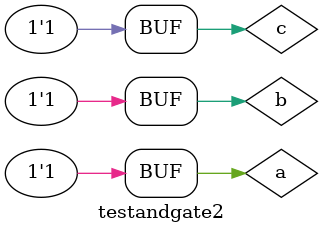
<source format=v>
 

module andgate (output s, input p, input q, input r);
	assign s = (p & q) & r;
endmodule // andgate2

module testandgate2;
	reg a, b, c;
	wire s;
	
	andgate AND1 (s, a, b, c);
	
	initial begin:start
		a=0;
		b=0;
		c=0;
	end
	initial begin:main
		$display("a & b & c = s\n");
		$monitor("%b & %b & %b = %b",a,b,c,s);
		#1 a=0; b=0; c=1;
		$monitor("%b & %b & %b = %b",a,b,c,s);
		#1 a=0; b=1; c=0;
		$monitor("%b & %b & %b = %b",a,b,c,s);
		#1 a=0; b=1; c=1;
		$monitor("%b & %b & %b = %b",a,b,c,s);
		#1 a=1; b=0; c=0;
		$monitor("%b & %b & %b = %b",a,b,c,s);
		#1 a=1; b=0; c=1;
		$monitor("%b & %b & %b = %b",a,b,c,s);
		#1 a=1; b=1; c=0;
		$monitor("%b & %b & %b = %b",a,b,c,s);
		#1 a=1; b=1; c=1;
		$monitor("%b & %b & %b = %b",a,b,c,s);
		
		
	end
endmodule //testandgate2
</source>
